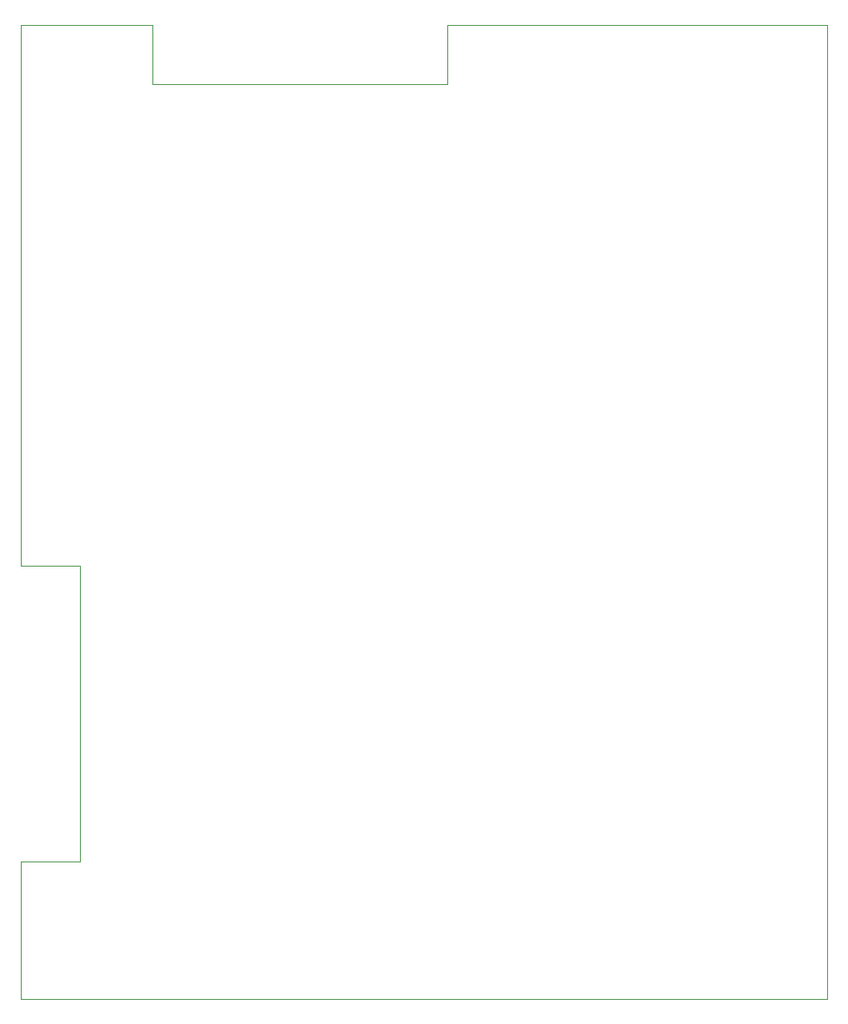
<source format=gbr>
%TF.GenerationSoftware,KiCad,Pcbnew,9.0.6*%
%TF.CreationDate,2026-02-04T05:23:13+09:00*%
%TF.ProjectId,zudo-pd,7a75646f-2d70-4642-9e6b-696361645f70,rev?*%
%TF.SameCoordinates,Original*%
%TF.FileFunction,Profile,NP*%
%FSLAX46Y46*%
G04 Gerber Fmt 4.6, Leading zero omitted, Abs format (unit mm)*
G04 Created by KiCad (PCBNEW 9.0.6) date 2026-02-04 05:23:13*
%MOMM*%
%LPD*%
G01*
G04 APERTURE LIST*
%TA.AperFunction,Profile*%
%ADD10C,0.100000*%
%TD*%
G04 APERTURE END LIST*
D10*
X7400000Y-6000000D02*
X37400000Y-6000000D01*
X37400000Y0D01*
X76000000Y0D01*
X76000000Y-99000000D01*
X-6000000Y-99000000D01*
X-6000000Y-85000000D01*
X0Y-85000000D01*
X0Y-55000000D01*
X-6000000Y-55000000D01*
X-6000000Y0D01*
X7400000Y0D01*
X7400000Y-6000000D01*
M02*

</source>
